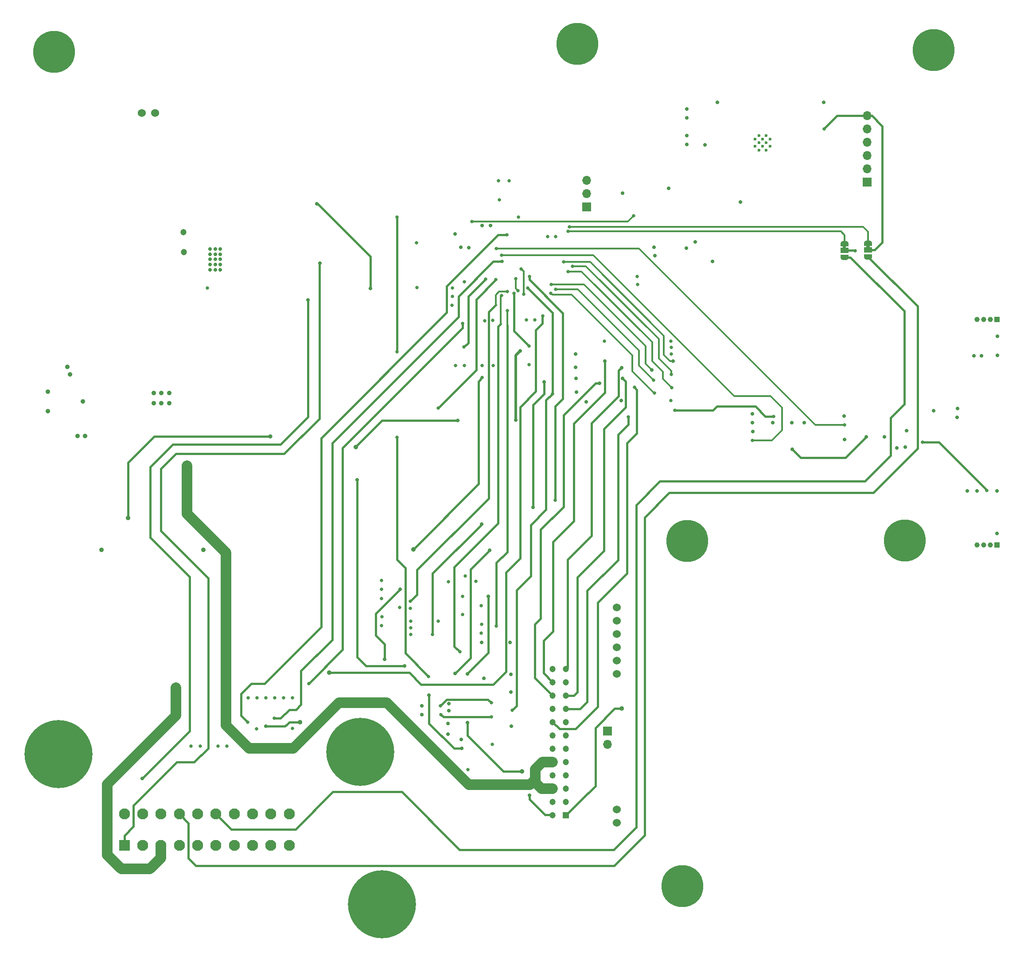
<source format=gbl>
G04 #@! TF.GenerationSoftware,KiCad,Pcbnew,8.0.3*
G04 #@! TF.CreationDate,2024-08-06T18:59:45+01:00*
G04 #@! TF.ProjectId,Tesla Small Drive,5465736c-6120-4536-9d61-6c6c20447269,rev?*
G04 #@! TF.SameCoordinates,Original*
G04 #@! TF.FileFunction,Copper,L4,Bot*
G04 #@! TF.FilePolarity,Positive*
%FSLAX46Y46*%
G04 Gerber Fmt 4.6, Leading zero omitted, Abs format (unit mm)*
G04 Created by KiCad (PCBNEW 8.0.3) date 2024-08-06 18:59:45*
%MOMM*%
%LPD*%
G01*
G04 APERTURE LIST*
G04 Aperture macros list*
%AMFreePoly0*
4,1,19,0.550000,-0.750000,0.000000,-0.750000,0.000000,-0.744911,-0.071157,-0.744911,-0.207708,-0.704816,-0.327430,-0.627875,-0.420627,-0.520320,-0.479746,-0.390866,-0.500000,-0.250000,-0.500000,0.250000,-0.479746,0.390866,-0.420627,0.520320,-0.327430,0.627875,-0.207708,0.704816,-0.071157,0.744911,0.000000,0.744911,0.000000,0.750000,0.550000,0.750000,0.550000,-0.750000,0.550000,-0.750000,
$1*%
%AMFreePoly1*
4,1,19,0.000000,0.744911,0.071157,0.744911,0.207708,0.704816,0.327430,0.627875,0.420627,0.520320,0.479746,0.390866,0.500000,0.250000,0.500000,-0.250000,0.479746,-0.390866,0.420627,-0.520320,0.327430,-0.627875,0.207708,-0.704816,0.071157,-0.744911,0.000000,-0.744911,0.000000,-0.750000,-0.550000,-0.750000,-0.550000,0.750000,0.000000,0.750000,0.000000,0.744911,0.000000,0.744911,
$1*%
G04 Aperture macros list end*
G04 #@! TA.AperFunction,EtchedComponent*
%ADD10C,0.000000*%
G04 #@! TD*
G04 #@! TA.AperFunction,ComponentPad*
%ADD11C,1.524000*%
G04 #@! TD*
G04 #@! TA.AperFunction,ComponentPad*
%ADD12C,13.000000*%
G04 #@! TD*
G04 #@! TA.AperFunction,ComponentPad*
%ADD13C,8.000000*%
G04 #@! TD*
G04 #@! TA.AperFunction,ComponentPad*
%ADD14R,1.200000X1.200000*%
G04 #@! TD*
G04 #@! TA.AperFunction,ComponentPad*
%ADD15C,1.200000*%
G04 #@! TD*
G04 #@! TA.AperFunction,ComponentPad*
%ADD16R,1.000000X1.000000*%
G04 #@! TD*
G04 #@! TA.AperFunction,ComponentPad*
%ADD17C,1.000000*%
G04 #@! TD*
G04 #@! TA.AperFunction,ComponentPad*
%ADD18R,1.700000X1.700000*%
G04 #@! TD*
G04 #@! TA.AperFunction,ComponentPad*
%ADD19O,1.700000X1.700000*%
G04 #@! TD*
G04 #@! TA.AperFunction,HeatsinkPad*
%ADD20C,0.600000*%
G04 #@! TD*
G04 #@! TA.AperFunction,SMDPad,CuDef*
%ADD21FreePoly0,270.000000*%
G04 #@! TD*
G04 #@! TA.AperFunction,SMDPad,CuDef*
%ADD22R,1.500000X1.000000*%
G04 #@! TD*
G04 #@! TA.AperFunction,SMDPad,CuDef*
%ADD23FreePoly1,270.000000*%
G04 #@! TD*
G04 #@! TA.AperFunction,ComponentPad*
%ADD24R,2.100000X2.100000*%
G04 #@! TD*
G04 #@! TA.AperFunction,ComponentPad*
%ADD25C,2.100000*%
G04 #@! TD*
G04 #@! TA.AperFunction,ViaPad*
%ADD26C,0.650000*%
G04 #@! TD*
G04 #@! TA.AperFunction,ViaPad*
%ADD27C,1.200000*%
G04 #@! TD*
G04 #@! TA.AperFunction,ViaPad*
%ADD28C,0.700000*%
G04 #@! TD*
G04 #@! TA.AperFunction,ViaPad*
%ADD29C,0.900000*%
G04 #@! TD*
G04 #@! TA.AperFunction,ViaPad*
%ADD30C,0.800000*%
G04 #@! TD*
G04 #@! TA.AperFunction,Conductor*
%ADD31C,2.000000*%
G04 #@! TD*
G04 #@! TA.AperFunction,Conductor*
%ADD32C,1.000000*%
G04 #@! TD*
G04 #@! TA.AperFunction,Conductor*
%ADD33C,0.300000*%
G04 #@! TD*
G04 #@! TA.AperFunction,Conductor*
%ADD34C,0.400000*%
G04 #@! TD*
G04 #@! TA.AperFunction,Conductor*
%ADD35C,0.500000*%
G04 #@! TD*
G04 APERTURE END LIST*
D10*
G04 #@! TA.AperFunction,EtchedComponent*
G04 #@! TO.C,JP2*
G36*
X203300000Y-68400000D02*
G01*
X202700000Y-68400000D01*
X202700000Y-67900000D01*
X203300000Y-67900000D01*
X203300000Y-68400000D01*
G37*
G04 #@! TD.AperFunction*
G04 #@! TA.AperFunction,EtchedComponent*
G04 #@! TO.C,JP1*
G36*
X207800000Y-68300000D02*
G01*
X207200000Y-68300000D01*
X207200000Y-67800000D01*
X207800000Y-67800000D01*
X207800000Y-68300000D01*
G37*
G04 #@! TD.AperFunction*
G04 #@! TD*
D11*
G04 #@! TO.P,J6,1,Pin_1*
G04 #@! TO.N,/TEMP_FLUID*
X71240000Y-42494000D03*
G04 #@! TO.P,J6,2,Pin_2*
G04 #@! TO.N,GND*
X68700000Y-42494000D03*
G04 #@! TD*
G04 #@! TO.P,J5,1,Pin_1*
G04 #@! TO.N,+5V*
X159506000Y-178140000D03*
G04 #@! TO.P,J5,2,Pin_2*
G04 #@! TO.N,/HVIL_EXT*
X159506000Y-175600000D03*
G04 #@! TD*
D12*
G04 #@! TO.P,H1,1,1*
G04 #@! TO.N,GND*
X52800000Y-165000000D03*
G04 #@! TD*
G04 #@! TO.P,H3,1,1*
G04 #@! TO.N,GND*
X114600000Y-193700000D03*
G04 #@! TD*
D13*
G04 #@! TO.P,H8,1,1*
G04 #@! TO.N,GND*
X214500000Y-124200000D03*
G04 #@! TD*
D14*
G04 #@! TO.P,J3,1,Pin_1*
G04 #@! TO.N,/UDC_HI*
X149800000Y-176720000D03*
D15*
G04 #@! TO.P,J3,2,Pin_2*
G04 #@! TO.N,/TEMP_CASE*
X147260000Y-176720000D03*
G04 #@! TO.P,J3,3,Pin_3*
G04 #@! TO.N,/TEMP_A*
X149800000Y-174180000D03*
G04 #@! TO.P,J3,4,Pin_4*
G04 #@! TO.N,/TEMP_B*
X147260000Y-174180000D03*
G04 #@! TO.P,J3,5,Pin_5*
G04 #@! TO.N,/TEMP_C*
X149800000Y-171640000D03*
G04 #@! TO.P,J3,6,Pin_6*
G04 #@! TO.N,+12V*
X147260000Y-171640000D03*
G04 #@! TO.P,J3,7,Pin_7*
G04 #@! TO.N,+5V*
X149800000Y-169100000D03*
G04 #@! TO.P,J3,8,Pin_8*
G04 #@! TO.N,/DC_DISCH*
X147260000Y-169100000D03*
G04 #@! TO.P,J3,9,Pin_9*
G04 #@! TO.N,+5V*
X149800000Y-166560000D03*
G04 #@! TO.P,J3,10,Pin_10*
G04 #@! TO.N,+12V*
X147260000Y-166560000D03*
G04 #@! TO.P,J3,11,Pin_11*
G04 #@! TO.N,GND*
X149800000Y-164020000D03*
G04 #@! TO.P,J3,12,Pin_12*
G04 #@! TO.N,+5V*
X147260000Y-164020000D03*
G04 #@! TO.P,J3,13,Pin_13*
G04 #@! TO.N,/DRIVER_UVLO*
X149800000Y-161480000D03*
G04 #@! TO.P,J3,14,Pin_14*
G04 #@! TO.N,/DRV_RES*
X147260000Y-161480000D03*
G04 #@! TO.P,J3,15,Pin_15*
G04 #@! TO.N,/FAULTA*
X149800000Y-158940000D03*
G04 #@! TO.P,J3,16,Pin_16*
G04 #@! TO.N,/HI_DRVA*
X147260000Y-158940000D03*
G04 #@! TO.P,J3,17,Pin_17*
G04 #@! TO.N,/LOW_DRVA*
X149800000Y-156400000D03*
G04 #@! TO.P,J3,18,Pin_18*
G04 #@! TO.N,/FAULTB*
X147260000Y-156400000D03*
G04 #@! TO.P,J3,19,Pin_19*
G04 #@! TO.N,/HI_DRVB*
X149800000Y-153860000D03*
G04 #@! TO.P,J3,20,Pin_20*
G04 #@! TO.N,/LOW_DRVB*
X147260000Y-153860000D03*
G04 #@! TO.P,J3,21,Pin_21*
G04 #@! TO.N,/FAULTC*
X149800000Y-151320000D03*
G04 #@! TO.P,J3,22,Pin_22*
G04 #@! TO.N,/HI_DRVC*
X147260000Y-151320000D03*
G04 #@! TO.P,J3,23,Pin_23*
G04 #@! TO.N,/LOW_DRVC*
X149800000Y-148780000D03*
G04 #@! TO.P,J3,24,Pin_24*
G04 #@! TO.N,GND*
X147260000Y-148780000D03*
G04 #@! TD*
D12*
G04 #@! TO.P,H2,1,1*
G04 #@! TO.N,GND*
X110500000Y-164600000D03*
G04 #@! TD*
D16*
G04 #@! TO.P,IC9,1,VDD*
G04 #@! TO.N,+5V*
X232105000Y-125037500D03*
D17*
G04 #@! TO.P,IC9,2,OUT*
G04 #@! TO.N,/IL2_IN*
X230835000Y-125037500D03*
G04 #@! TO.P,IC9,3,TEST/MUST*
G04 #@! TO.N,Net-(IC9-TEST{slash}MUST)*
X229565000Y-125037500D03*
G04 #@! TO.P,IC9,4,VSS*
G04 #@! TO.N,GND*
X228295000Y-125037500D03*
G04 #@! TD*
D13*
G04 #@! TO.P,H4,1,1*
G04 #@! TO.N,GND*
X52000000Y-30800000D03*
G04 #@! TD*
D18*
G04 #@! TO.P,J1,1,Pin_1*
G04 #@! TO.N,/Motor control CPU/SWDAT_46*
X153700000Y-60480000D03*
D19*
G04 #@! TO.P,J1,2,Pin_2*
G04 #@! TO.N,/Motor control CPU/SWCLK_49*
X153700000Y-57940000D03*
G04 #@! TO.P,J1,3,Pin_3*
G04 #@! TO.N,GND*
X153700000Y-55400000D03*
G04 #@! TD*
D18*
G04 #@! TO.P,J9,1,Pin_1*
G04 #@! TO.N,/HVIL_EXT*
X157700000Y-160625000D03*
D19*
G04 #@! TO.P,J9,2,Pin_2*
G04 #@! TO.N,+5V*
X157700000Y-163165000D03*
G04 #@! TD*
D20*
G04 #@! TO.P,U4,39,GND*
G04 #@! TO.N,GND*
X185950000Y-47510000D03*
X185950000Y-48910000D03*
X186650000Y-46810000D03*
X186650000Y-48210000D03*
X186650000Y-49610000D03*
X187325000Y-47510000D03*
X187325000Y-48910000D03*
X188050000Y-46810000D03*
X188050000Y-48210000D03*
X188050000Y-49610000D03*
X188750000Y-47510000D03*
X188750000Y-48910000D03*
G04 #@! TD*
D16*
G04 #@! TO.P,IC8,1,VDD*
G04 #@! TO.N,+5V*
X232140000Y-82000000D03*
D17*
G04 #@! TO.P,IC8,2,OUT*
G04 #@! TO.N,/IL1_IN*
X230870000Y-82000000D03*
G04 #@! TO.P,IC8,3,TEST/MUST*
G04 #@! TO.N,Net-(IC8-TEST{slash}MUST)*
X229600000Y-82000000D03*
G04 #@! TO.P,IC8,4,VSS*
G04 #@! TO.N,GND*
X228330000Y-82000000D03*
G04 #@! TD*
D13*
G04 #@! TO.P,H9,1,1*
G04 #@! TO.N,GND*
X173000000Y-124300000D03*
G04 #@! TD*
G04 #@! TO.P,H5,1,1*
G04 #@! TO.N,GND*
X152000000Y-29300000D03*
G04 #@! TD*
G04 #@! TO.P,H6,1,1*
G04 #@! TO.N,GND*
X172000000Y-190300000D03*
G04 #@! TD*
D18*
G04 #@! TO.P,J2,1,Pin_1*
G04 #@! TO.N,/ESP WiFi/IO0*
X207300000Y-55750000D03*
D19*
G04 #@! TO.P,J2,2,Pin_2*
G04 #@! TO.N,GND*
X207300000Y-53210000D03*
G04 #@! TO.P,J2,3,Pin_3*
X207300000Y-50670000D03*
G04 #@! TO.P,J2,4,Pin_4*
G04 #@! TO.N,+5V*
X207300000Y-48130000D03*
G04 #@! TO.P,J2,5,Pin_5*
G04 #@! TO.N,/ESP WiFi/TX*
X207300000Y-45590000D03*
G04 #@! TO.P,J2,6,Pin_6*
G04 #@! TO.N,/ESP WiFi/RX*
X207300000Y-43050000D03*
G04 #@! TD*
D11*
G04 #@! TO.P,J7,1,Pin_1*
G04 #@! TO.N,+5V*
X159502196Y-149740000D03*
G04 #@! TO.P,J7,2,Pin_2*
G04 #@! TO.N,/ENCA_IN*
X159502196Y-147200000D03*
G04 #@! TO.P,J7,3,Pin_3*
G04 #@! TO.N,/ENCB_IN*
X159502196Y-144660000D03*
G04 #@! TO.P,J7,4,Pin_4*
G04 #@! TO.N,GND*
X159502196Y-142120000D03*
G04 #@! TO.P,J7,5,Pin_5*
G04 #@! TO.N,/TEMP_STATOR*
X159502196Y-139580000D03*
G04 #@! TO.P,J7,6,Pin_6*
G04 #@! TO.N,GND*
X159502196Y-137040000D03*
G04 #@! TD*
D13*
G04 #@! TO.P,H7,1,1*
G04 #@! TO.N,GND*
X220000000Y-30500000D03*
G04 #@! TD*
D21*
G04 #@! TO.P,JP2,1,A*
G04 #@! TO.N,/Motor control CPU/USART_RX_30*
X203000000Y-67500000D03*
D22*
G04 #@! TO.P,JP2,2,C*
G04 #@! TO.N,/ESP WiFi/TX*
X203000000Y-68800000D03*
D23*
G04 #@! TO.P,JP2,3,B*
G04 #@! TO.N,/RS232_TX*
X203000000Y-70100000D03*
G04 #@! TD*
D21*
G04 #@! TO.P,JP1,1,A*
G04 #@! TO.N,/Motor control CPU/USART_TX_29*
X207500000Y-67400000D03*
D22*
G04 #@! TO.P,JP1,2,C*
G04 #@! TO.N,/ESP WiFi/RX*
X207500000Y-68700000D03*
D23*
G04 #@! TO.P,JP1,3,B*
G04 #@! TO.N,/RS232_RX*
X207500000Y-70000000D03*
G04 #@! TD*
D24*
G04 #@! TO.P,J4,1,1*
G04 #@! TO.N,/CANL*
X65400000Y-182500000D03*
D25*
G04 #@! TO.P,J4,2,2*
G04 #@! TO.N,/CANH*
X68900000Y-182500000D03*
G04 #@! TO.P,J4,3,3*
G04 #@! TO.N,/MAIN_CON*
X72400000Y-182500000D03*
G04 #@! TO.P,J4,4,4*
G04 #@! TO.N,+5V*
X75900000Y-182500000D03*
G04 #@! TO.P,J4,5,5*
G04 #@! TO.N,/FORW_IN*
X79400000Y-182500000D03*
G04 #@! TO.P,J4,6,6*
G04 #@! TO.N,GND*
X82900000Y-182500000D03*
G04 #@! TO.P,J4,7,7*
X86400000Y-182500000D03*
G04 #@! TO.P,J4,8,8*
G04 #@! TO.N,/ACCEL*
X89900000Y-182500000D03*
G04 #@! TO.P,J4,9,9*
G04 #@! TO.N,/START*
X93400000Y-182500000D03*
G04 #@! TO.P,J4,10,10*
G04 #@! TO.N,/BRAKE_TRANS*
X96900000Y-182500000D03*
G04 #@! TO.P,J4,11,11*
G04 #@! TO.N,/PRECHG_RLY*
X65400000Y-176500000D03*
G04 #@! TO.P,J4,12,12*
G04 #@! TO.N,/REVER_IN*
X68900000Y-176500000D03*
G04 #@! TO.P,J4,13,13*
G04 #@! TO.N,+12VIN*
X72400000Y-176500000D03*
G04 #@! TO.P,J4,14,14*
G04 #@! TO.N,/RS232_RX*
X75900000Y-176500000D03*
G04 #@! TO.P,J4,15,15*
G04 #@! TO.N,/BRAKE_ON*
X79400000Y-176500000D03*
G04 #@! TO.P,J4,16,16*
G04 #@! TO.N,/RS232_TX*
X82900000Y-176500000D03*
G04 #@! TO.P,J4,17,17*
G04 #@! TO.N,/CRUISE_INPUT*
X86400000Y-176500000D03*
G04 #@! TO.P,J4,18,18*
G04 #@! TO.N,+5V*
X89900000Y-176500000D03*
G04 #@! TO.P,J4,19,19*
G04 #@! TO.N,GND*
X93400000Y-176500000D03*
G04 #@! TO.P,J4,20,20*
G04 #@! TO.N,unconnected-(J4-Pad20)*
X96900000Y-176500000D03*
G04 #@! TD*
D26*
G04 #@! TO.N,GND*
X130050000Y-138400000D03*
X97500000Y-160100000D03*
D27*
X76700000Y-65275350D03*
D28*
X139100000Y-143670000D03*
D26*
X130050000Y-134900000D03*
X169937653Y-88562347D03*
X121300000Y-75850000D03*
D29*
X74000000Y-98000000D03*
D26*
X169800012Y-97500000D03*
X138900000Y-55500000D03*
X120150000Y-142200000D03*
X121250000Y-67350000D03*
D28*
X185400000Y-101700000D03*
X133690000Y-143740000D03*
D26*
X125400000Y-139650000D03*
D28*
X169370000Y-56920000D03*
D26*
X131040000Y-167980000D03*
D28*
X172750000Y-68350000D03*
X172850000Y-46850000D03*
X203000000Y-104900000D03*
D26*
X130350000Y-90750000D03*
X95820000Y-154257500D03*
D29*
X71000000Y-98000000D03*
D26*
X90700000Y-160200000D03*
D28*
X220000000Y-99400000D03*
X151600000Y-88550000D03*
X122282500Y-157480000D03*
X129700000Y-68150000D03*
D26*
X169900000Y-87350000D03*
D28*
X128600000Y-65600000D03*
D26*
X79915000Y-163470000D03*
X147850000Y-66150006D03*
X117975000Y-137050000D03*
D29*
X50790000Y-99530000D03*
D26*
X92420000Y-154240000D03*
D28*
X183150000Y-59550000D03*
X202900000Y-100400000D03*
X214600000Y-106400000D03*
X139300000Y-149760000D03*
X224600000Y-99000000D03*
D29*
X71000000Y-96000000D03*
D28*
X226453334Y-114703314D03*
D26*
X134225000Y-82200000D03*
D28*
X210600000Y-104400000D03*
D29*
X50780000Y-95770000D03*
D26*
X83275000Y-163475000D03*
D29*
X72500000Y-98000000D03*
D28*
X139230000Y-153180000D03*
D26*
X81300000Y-76000000D03*
X133550000Y-141950000D03*
D29*
X56440000Y-104270000D03*
D28*
X229200000Y-88900000D03*
D29*
X57880000Y-104240000D03*
D28*
X199000000Y-40500000D03*
X227700000Y-88900000D03*
D26*
X128127298Y-75927298D03*
D28*
X232200000Y-88800000D03*
D26*
X120100000Y-139650000D03*
X137100000Y-59100000D03*
D28*
X151700000Y-93250000D03*
X228336667Y-114703306D03*
D26*
X142700000Y-90600026D03*
D28*
X129750000Y-162197500D03*
D26*
X120050000Y-137150000D03*
D28*
X135400000Y-64000000D03*
D26*
X130570000Y-131030000D03*
D28*
X151807500Y-95840000D03*
D29*
X61000000Y-126000000D03*
D28*
X134060000Y-150520000D03*
X122280004Y-155780000D03*
D26*
X84975000Y-163475000D03*
D29*
X80500000Y-126000000D03*
D26*
X130400000Y-74750000D03*
D28*
X151600000Y-91100000D03*
D29*
X72500000Y-96000000D03*
D26*
X78165000Y-163470000D03*
D29*
X74000000Y-96000000D03*
D28*
X172850000Y-48550000D03*
D26*
X120150000Y-140900000D03*
X114550000Y-133550000D03*
X133750000Y-90800000D03*
D28*
X166650000Y-68200000D03*
D26*
X89020000Y-154295000D03*
X94120000Y-154257500D03*
D28*
X195300000Y-101700000D03*
X232103334Y-114703334D03*
X185500000Y-103400000D03*
X178750000Y-40500000D03*
D26*
X97510000Y-154270000D03*
D28*
X153650000Y-97700000D03*
X172850000Y-43450000D03*
X174500000Y-67150000D03*
X139309992Y-159700000D03*
D26*
X142200000Y-82100000D03*
X90720000Y-154260000D03*
D27*
X76740000Y-69090000D03*
D26*
X135900000Y-90800010D03*
X114650000Y-138750000D03*
X169812347Y-86137653D03*
D27*
G04 #@! TO.N,+12V*
X77390000Y-112939998D03*
X77379998Y-109880000D03*
X77400000Y-111400000D03*
D26*
G04 #@! TO.N,+5V*
X135729998Y-163140000D03*
X114550000Y-131850000D03*
X114550000Y-135300000D03*
D29*
X55000000Y-92500000D03*
D26*
X114550000Y-140500000D03*
D28*
X185400000Y-100000000D03*
X213000000Y-106500000D03*
X127250000Y-161197500D03*
X214900000Y-103200000D03*
D26*
X127350000Y-132100000D03*
D28*
X127250000Y-159197500D03*
X127400000Y-156700000D03*
X127400000Y-155400000D03*
D26*
X133550000Y-136650000D03*
D28*
X189300000Y-101700000D03*
D26*
X157150000Y-86100000D03*
D28*
X232200000Y-85170000D03*
X192900000Y-101700000D03*
D29*
X54500000Y-91000000D03*
D28*
X160350000Y-97500000D03*
X224500000Y-100700000D03*
D26*
X132600000Y-132000000D03*
X133650000Y-140200000D03*
D28*
X232120000Y-122860000D03*
D29*
X57500000Y-97662522D03*
D28*
G04 #@! TO.N,+3V3*
X133800000Y-64000000D03*
X166750000Y-69800000D03*
X82750000Y-72500000D03*
D26*
X128000000Y-79300000D03*
D28*
X83750000Y-69500000D03*
D26*
X143800000Y-82100000D03*
D28*
X81750000Y-68500000D03*
X172850000Y-41750000D03*
X82750000Y-71500000D03*
X82750000Y-70500000D03*
D26*
X163500014Y-75300000D03*
D28*
X177745000Y-70905000D03*
X81750000Y-69500000D03*
X131225000Y-68250000D03*
X83750000Y-68500000D03*
D26*
X146250006Y-66150000D03*
D28*
X82750000Y-68500000D03*
X83750000Y-71500000D03*
D26*
X163349976Y-73750000D03*
D28*
X176350000Y-48600000D03*
X83750000Y-70500000D03*
D26*
X128100000Y-77600000D03*
D28*
X81750000Y-70500000D03*
D26*
X140700000Y-62400002D03*
X128650000Y-90800000D03*
D28*
X160620000Y-57880000D03*
X83750000Y-72500000D03*
X82750000Y-69500000D03*
X81750000Y-72500000D03*
D26*
X136900000Y-55500000D03*
X135775032Y-82174934D03*
D28*
X81750000Y-71500000D03*
D26*
G04 #@! TO.N,/Motor control CPU/NRST*
X162700000Y-62200000D03*
X131850000Y-63300000D03*
G04 #@! TO.N,/Motor control CPU/START_IN_58*
X94090000Y-158190000D03*
X137600000Y-70900000D03*
G04 #@! TO.N,/Motor control CPU/REV_IN_37*
X145350000Y-81310000D03*
D29*
X104510000Y-149490000D03*
D26*
G04 #@! TO.N,/Motor control CPU/CRUISE_IN_57*
X138500000Y-65800000D03*
X89000000Y-158970002D03*
G04 #@! TO.N,/Motor control CPU/ENC_A_22*
X129499992Y-145499992D03*
X137500000Y-77400004D03*
G04 #@! TO.N,/Motor control CPU/ENC_B_23*
X136500010Y-140599994D03*
X138600000Y-80300000D03*
G04 #@! TO.N,/Motor control CPU/UDC_11*
X130300000Y-87249988D03*
X134400000Y-74250000D03*
D28*
G04 #@! TO.N,/Motor control CPU/THROTTLE_9*
X92410000Y-159690000D03*
D29*
X98990000Y-158920000D03*
D26*
G04 #@! TO.N,Net-(IC2-D)*
X125800000Y-155780000D03*
X135510000Y-155230000D03*
G04 #@! TO.N,Net-(IC2-B)*
X125900000Y-157480000D03*
X135510000Y-157960000D03*
D28*
G04 #@! TO.N,/TEMP_A*
X115100000Y-146900000D03*
X118089990Y-133540000D03*
G04 #@! TO.N,/TEMP_FLUID*
X112390000Y-76040000D03*
X109860000Y-112600000D03*
X118940000Y-148150000D03*
X102210000Y-59910000D03*
G04 #@! TO.N,/TEMP_CASE*
X134920000Y-134930002D03*
X130970000Y-159020000D03*
X130970000Y-149690000D03*
D29*
X141350000Y-168360000D03*
D28*
X142830000Y-172950000D03*
D26*
G04 #@! TO.N,Net-(IC5-VINB-)*
X217950000Y-105450000D03*
X230203334Y-114653344D03*
D28*
G04 #@! TO.N,/IL2_26*
X193000000Y-106800000D03*
X207200000Y-104400000D03*
D26*
G04 #@! TO.N,/Motor control CPU/BRAKE_IN_16*
X100629999Y-151529999D03*
X130050000Y-82750000D03*
G04 #@! TO.N,/OCUR_IN_15*
X142467937Y-75999998D03*
X170600000Y-99300000D03*
X189500000Y-100500000D03*
X139510000Y-156670000D03*
X147189998Y-96190000D03*
D28*
G04 #@! TO.N,/PWM_INHIBIT_33*
X135230000Y-126090000D03*
X145620000Y-93930000D03*
X128620000Y-149650000D03*
X143490000Y-117860000D03*
D26*
G04 #@! TO.N,/PWM1_P_41*
X150150000Y-72800000D03*
X170000000Y-95000000D03*
D28*
G04 #@! TO.N,/PWM3_N_36*
X166200000Y-91650002D03*
D26*
X146950000Y-75250000D03*
G04 #@! TO.N,/PWM1_N_34*
X146900000Y-76950000D03*
X166700000Y-96000000D03*
G04 #@! TO.N,/LOW_DRVA*
X161700000Y-100600000D03*
D28*
G04 #@! TO.N,/LOW_DRVB*
X156200000Y-94150000D03*
D26*
G04 #@! TO.N,/HI_DRVA*
X162890000Y-94970000D03*
G04 #@! TO.N,/PWM2_P_42*
X169900000Y-92450000D03*
X151050000Y-71800000D03*
G04 #@! TO.N,/PWM3_P_43*
X149350000Y-71000000D03*
D28*
X170250000Y-89900000D03*
D26*
G04 #@! TO.N,/PWM2_N_35*
X166550000Y-93550000D03*
X147800000Y-76200000D03*
D28*
G04 #@! TO.N,/HI_DRVB*
X160600000Y-93200000D03*
G04 #@! TO.N,/LOW_DRVC*
X160400000Y-91165000D03*
G04 #@! TO.N,/HI_DRVC*
X157200000Y-89895000D03*
D26*
G04 #@! TO.N,/TMPHS_24*
X138550000Y-76650000D03*
X120050016Y-135850000D03*
D28*
G04 #@! TO.N,/CANH*
X68800000Y-169700000D03*
X100455001Y-78214999D03*
G04 #@! TO.N,/CANL*
X102760000Y-71210000D03*
D29*
G04 #@! TO.N,/UDC_HI*
X160400000Y-156300000D03*
D26*
G04 #@! TO.N,/FORW_IN*
X133799991Y-93099991D03*
D29*
X120600000Y-125900000D03*
D27*
G04 #@! TO.N,/MAIN_CON*
X75220000Y-156550000D03*
X75220000Y-152360000D03*
D26*
G04 #@! TO.N,/Motor control CPU/USART_TX_29*
X150400000Y-64250000D03*
X140200000Y-74200000D03*
X140575000Y-76445178D03*
G04 #@! TO.N,/Motor control CPU/USART_RX_30*
X141250000Y-72300000D03*
X141742937Y-77186683D03*
X150150000Y-65150000D03*
G04 #@! TO.N,Net-(U3-PB2)*
X139850000Y-76999998D03*
X142700000Y-87050000D03*
G04 #@! TO.N,/Motor control CPU/VTG_OUT_52*
X117500000Y-62400000D03*
X123540000Y-150220000D03*
X117500000Y-88150000D03*
D28*
X123600000Y-153800000D03*
X129840000Y-163940000D03*
D26*
X117490000Y-104510000D03*
G04 #@! TO.N,/OCURLIM_NEG_59*
X137508389Y-69708389D03*
X185400000Y-105100000D03*
G04 #@! TO.N,/OCURLIM_POS_61*
X203000000Y-102100000D03*
X136508115Y-68445414D03*
G04 #@! TO.N,/ESP WiFi/TX*
X205050000Y-68850000D03*
G04 #@! TO.N,/ERR_OUT_51*
X136400000Y-74350000D03*
X125350000Y-98900000D03*
D29*
G04 #@! TO.N,/PRECH_OUT_27*
X109620000Y-106320000D03*
D28*
X141050000Y-87950000D03*
D29*
X66100006Y-119900000D03*
D28*
X129100000Y-101250000D03*
D30*
X93300000Y-104300004D03*
D28*
X140165000Y-101200000D03*
D26*
G04 #@! TO.N,/BMS_IN_39*
X142800000Y-73750000D03*
X147700000Y-116500000D03*
D28*
X133670000Y-121110000D03*
D26*
X124300000Y-142200000D03*
G04 #@! TO.N,/ESP WiFi/RX*
X199100000Y-45550000D03*
G04 #@! TD*
D31*
G04 #@! TO.N,+12V*
X147260000Y-166560000D02*
X145250000Y-166560000D01*
X142930000Y-170870000D02*
X143930000Y-169870000D01*
X84800000Y-159490000D02*
X89210000Y-163900000D01*
X77390000Y-119130000D02*
X77390000Y-112939998D01*
X143930000Y-170450000D02*
X145120000Y-171640000D01*
X77379998Y-109880000D02*
X77390000Y-109890002D01*
X145250000Y-166560000D02*
X143930000Y-167880000D01*
X131220000Y-170870000D02*
X142930000Y-170870000D01*
X77390000Y-119130000D02*
X84800000Y-126540000D01*
X77390000Y-109890002D02*
X77390000Y-119130000D01*
X97700000Y-163900000D02*
X106410000Y-155190000D01*
X89210000Y-163900000D02*
X97700000Y-163900000D01*
X145120000Y-171640000D02*
X147260000Y-171640000D01*
D32*
X143930000Y-169870000D02*
X143930000Y-170450000D01*
D31*
X106410000Y-155190000D02*
X115540000Y-155190000D01*
X115540000Y-155190000D02*
X131220000Y-170870000D01*
X143930000Y-167880000D02*
X143930000Y-169870000D01*
X84800000Y-126540000D02*
X84800000Y-159490000D01*
D33*
G04 #@! TO.N,/Motor control CPU/NRST*
X150350000Y-63300000D02*
X161600000Y-63300000D01*
X161600000Y-63300000D02*
X162700000Y-62200000D01*
X131850000Y-63300000D02*
X150350000Y-63300000D01*
D34*
G04 #@! TO.N,/Motor control CPU/START_IN_58*
X129240000Y-81430000D02*
X129240000Y-77560000D01*
X95230000Y-158190000D02*
X96890000Y-156530000D01*
X99170000Y-155530000D02*
X99170000Y-149100000D01*
X105100000Y-105570000D02*
X129240000Y-81430000D01*
X96890000Y-156530000D02*
X98170000Y-156530000D01*
X129240000Y-77560000D02*
X135900000Y-70900000D01*
X105100000Y-143170000D02*
X105100000Y-105570000D01*
X98170000Y-156530000D02*
X99170000Y-155530000D01*
X99170000Y-149100000D02*
X105100000Y-143170000D01*
X94090000Y-158190000D02*
X95230000Y-158190000D01*
X135900000Y-70900000D02*
X137600000Y-70900000D01*
G04 #@! TO.N,/Motor control CPU/REV_IN_37*
X119850000Y-149490000D02*
X122100000Y-151740000D01*
X144005000Y-84035000D02*
X145260000Y-82780000D01*
X122100000Y-151740000D02*
X135910000Y-151740000D01*
X144005000Y-95725000D02*
X144005000Y-84035000D01*
X135910000Y-151740000D02*
X138340000Y-149310000D01*
X141030000Y-127590000D02*
X141030000Y-98700000D01*
X141030000Y-98700000D02*
X144005000Y-95725000D01*
X145260000Y-82780000D02*
X145260000Y-81400000D01*
X138340000Y-149310000D02*
X138340000Y-130280000D01*
X138340000Y-130280000D02*
X141030000Y-127590000D01*
X104510000Y-149490000D02*
X119850000Y-149490000D01*
X145260000Y-81400000D02*
X145350000Y-81310000D01*
G04 #@! TO.N,/Motor control CPU/CRUISE_IN_57*
X89670000Y-151540000D02*
X92180000Y-151540000D01*
X103000000Y-140720000D02*
X103000000Y-104640000D01*
X136800000Y-65800000D02*
X138500000Y-65800000D01*
X87700000Y-153510000D02*
X89670000Y-151540000D01*
X127000000Y-80640000D02*
X127000000Y-75600000D01*
X92180000Y-151540000D02*
X103000000Y-140720000D01*
X127000000Y-75600000D02*
X136800000Y-65800000D01*
X89000000Y-158970002D02*
X87700000Y-157670002D01*
X103000000Y-104640000D02*
X127000000Y-80640000D01*
X87700000Y-157670002D02*
X87700000Y-153510000D01*
G04 #@! TO.N,/Motor control CPU/ENC_A_22*
X128448008Y-129271992D02*
X136800000Y-120920000D01*
D33*
X137299999Y-77600005D02*
X137299999Y-82799999D01*
X137500000Y-77400004D02*
X137299999Y-77600005D01*
D34*
X129499992Y-145499992D02*
X128448008Y-144448008D01*
X136800000Y-120920000D02*
X136800000Y-83299998D01*
X128448008Y-144448008D02*
X128448008Y-129271992D01*
X136800000Y-83299998D02*
X137299999Y-82799999D01*
D33*
G04 #@! TO.N,/Motor control CPU/ENC_B_23*
X138600001Y-80300001D02*
X138600000Y-80300000D01*
D34*
X136500010Y-140599994D02*
X136500010Y-128499990D01*
D33*
X138600001Y-83099999D02*
X138600001Y-80300001D01*
D34*
X138600001Y-126399999D02*
X138600001Y-83099999D01*
X136500010Y-128499990D02*
X138600001Y-126399999D01*
G04 #@! TO.N,/Motor control CPU/UDC_11*
X131100000Y-77550000D02*
X131100000Y-86449988D01*
X131100000Y-86449988D02*
X130300000Y-87249988D01*
X134400000Y-74250000D02*
X131100000Y-77550000D01*
G04 #@! TO.N,/Motor control CPU/THROTTLE_9*
X96490000Y-159320000D02*
X96110000Y-159700000D01*
X96890000Y-158920000D02*
X96490000Y-159320000D01*
X96110000Y-159700000D02*
X92410000Y-159690000D01*
X98990000Y-158920000D02*
X96890000Y-158920000D01*
D33*
X92410000Y-159690000D02*
X92410000Y-159700000D01*
D34*
G04 #@! TO.N,Net-(IC2-D)*
X126980000Y-154600000D02*
X125800000Y-155780000D01*
X134880000Y-154600000D02*
X126980000Y-154600000D01*
X135510000Y-155230000D02*
X134880000Y-154600000D01*
G04 #@! TO.N,Net-(IC2-B)*
X135510000Y-157960000D02*
X126380000Y-157960000D01*
X126380000Y-157960000D02*
X125900000Y-157480000D01*
G04 #@! TO.N,/TEMP_A*
X118089990Y-133540000D02*
X113430000Y-138199990D01*
X113430000Y-142330000D02*
X115100000Y-144000000D01*
X113430000Y-142000000D02*
X113430000Y-142330000D01*
X115100000Y-144000000D02*
X115100000Y-146900000D01*
X113430000Y-138199990D02*
X113430000Y-142000000D01*
G04 #@! TO.N,/TEMP_FLUID*
X112390000Y-69950003D02*
X102349997Y-59910000D01*
X118940000Y-148150000D02*
X111560000Y-148150000D01*
X112390000Y-76040000D02*
X112390000Y-69950003D01*
X109860000Y-146450000D02*
X109860000Y-112600000D01*
X111560000Y-148150000D02*
X109860000Y-146450000D01*
X102349997Y-59910000D02*
X102210000Y-59910000D01*
G04 #@! TO.N,/TEMP_CASE*
X145780000Y-176630000D02*
X142830000Y-173680000D01*
X142830000Y-173680000D02*
X142830000Y-172950000D01*
X130970000Y-159020000D02*
X130970000Y-161470000D01*
X130970000Y-149630000D02*
X130970000Y-149690000D01*
X134920000Y-134930002D02*
X134920000Y-145680000D01*
X134920000Y-145680000D02*
X130970000Y-149630000D01*
X137860000Y-168360000D02*
X141350000Y-168360000D01*
X147260000Y-176720000D02*
X147170000Y-176630000D01*
X130970000Y-161470000D02*
X136560000Y-167060000D01*
X147170000Y-176630000D02*
X145780000Y-176630000D01*
X136560000Y-167060000D02*
X137860000Y-168360000D01*
G04 #@! TO.N,Net-(IC5-VINB-)*
X221085000Y-105450000D02*
X222802500Y-107167500D01*
X217950000Y-105450000D02*
X221085000Y-105450000D01*
X222802500Y-107167500D02*
X230093334Y-114458334D01*
G04 #@! TO.N,/IL2_26*
X203200000Y-108400000D02*
X194600000Y-108400000D01*
X194600000Y-108400000D02*
X193000000Y-106800000D01*
X207200000Y-104400000D02*
X203200000Y-108400000D01*
G04 #@! TO.N,/Motor control CPU/BRAKE_IN_16*
X130050000Y-83550000D02*
X107100000Y-106500000D01*
X107100000Y-145059998D02*
X100629999Y-151529999D01*
X107100000Y-106500000D02*
X107100000Y-145059998D01*
X130050000Y-82750000D02*
X130050000Y-83550000D01*
G04 #@! TO.N,/OCUR_IN_15*
X187900000Y-100500000D02*
X186000000Y-98600000D01*
X145990000Y-97389998D02*
X145990000Y-118340000D01*
X143070000Y-130960000D02*
X140350000Y-133680000D01*
X177900000Y-99300000D02*
X170600000Y-99300000D01*
X143070000Y-121260000D02*
X143070000Y-130960000D01*
X147200002Y-96179996D02*
X147189998Y-96190000D01*
X186000000Y-98600000D02*
X178600000Y-98600000D01*
X142467937Y-75999998D02*
X147200002Y-80732063D01*
X189500000Y-100500000D02*
X187900000Y-100500000D01*
X147200002Y-80732063D02*
X147200002Y-96179996D01*
X178600000Y-98600000D02*
X177900000Y-99300000D01*
X140350000Y-133680000D02*
X140350000Y-155830000D01*
X147189998Y-96190000D02*
X145990000Y-97389998D01*
X145990000Y-118340000D02*
X143070000Y-121260000D01*
X140350000Y-155830000D02*
X139510000Y-156670000D01*
G04 #@! TO.N,/PWM_INHIBIT_33*
X143510000Y-98280000D02*
X143510000Y-109050000D01*
X145630000Y-95090000D02*
X145630000Y-96160000D01*
X131580000Y-129740000D02*
X135230000Y-126090000D01*
X143510000Y-109050000D02*
X143510000Y-117840000D01*
X145630000Y-96160000D02*
X143890000Y-97900000D01*
X145630000Y-93940000D02*
X145630000Y-95090000D01*
X131580000Y-146690000D02*
X131580000Y-129740000D01*
X128620000Y-149650000D02*
X131580000Y-146690000D01*
X143510000Y-117840000D02*
X143490000Y-117860000D01*
X145620000Y-93930000D02*
X145630000Y-93940000D01*
X143890000Y-97900000D02*
X143510000Y-98280000D01*
D33*
G04 #@! TO.N,/PWM1_P_41*
X168300000Y-93300000D02*
X170000000Y-95000000D01*
X166250000Y-89950000D02*
X168300000Y-92000000D01*
X152750000Y-72800000D02*
X166250000Y-86300000D01*
X168300000Y-92000000D02*
X168300000Y-93300000D01*
X166250000Y-86300000D02*
X166250000Y-89950000D01*
X150150000Y-72800000D02*
X152750000Y-72800000D01*
G04 #@! TO.N,/PWM3_N_36*
X165000000Y-90450002D02*
X166200000Y-91650002D01*
X146950000Y-75250000D02*
X153200000Y-75250000D01*
X165000000Y-87050000D02*
X165000000Y-90450002D01*
X153200000Y-75250000D02*
X165000000Y-87050000D01*
G04 #@! TO.N,/PWM1_N_34*
X162500000Y-88850000D02*
X150900000Y-77250000D01*
X166600000Y-96000000D02*
X162500000Y-91900000D01*
X147200000Y-77250000D02*
X146900000Y-76950000D01*
X162500000Y-91900000D02*
X162500000Y-88850000D01*
X150900000Y-77250000D02*
X147200000Y-77250000D01*
X166700000Y-96000000D02*
X166600000Y-96000000D01*
D34*
G04 #@! TO.N,/LOW_DRVA*
X159750000Y-127910000D02*
X153830000Y-133830000D01*
X161700000Y-100600000D02*
X161700000Y-102050000D01*
X159750000Y-104000000D02*
X159750000Y-127910000D01*
X161700000Y-102050000D02*
X159750000Y-104000000D01*
X152500000Y-156400000D02*
X149800000Y-156400000D01*
X153830000Y-133830000D02*
X153830000Y-155070000D01*
X153830000Y-155070000D02*
X152500000Y-156400000D01*
G04 #@! TO.N,/LOW_DRVB*
X149300000Y-100250000D02*
X155400000Y-94150000D01*
X149300000Y-117750000D02*
X149300000Y-100250000D01*
X144950000Y-139150000D02*
X144950000Y-122100000D01*
X143870000Y-140230000D02*
X144950000Y-139150000D01*
X155400000Y-94150000D02*
X156200000Y-94150000D01*
X143870000Y-150470000D02*
X143870000Y-140230000D01*
X147260000Y-153860000D02*
X143870000Y-150470000D01*
X144950000Y-122100000D02*
X149300000Y-117750000D01*
G04 #@! TO.N,/HI_DRVA*
X151660000Y-160230000D02*
X155890000Y-156000000D01*
X163340000Y-95420000D02*
X162890000Y-94970000D01*
X155890000Y-156000000D02*
X155890000Y-136060000D01*
X161480000Y-105560000D02*
X163340000Y-103700000D01*
X148550000Y-160230000D02*
X151660000Y-160230000D01*
X155890000Y-136060000D02*
X161480000Y-130470000D01*
X161480000Y-130470000D02*
X161480000Y-105560000D01*
X163340000Y-103700000D02*
X163340000Y-95420000D01*
X147260000Y-158940000D02*
X148550000Y-160230000D01*
D33*
G04 #@! TO.N,/PWM2_P_42*
X153600000Y-71800000D02*
X151050000Y-71800000D01*
X169900000Y-92450000D02*
X169900000Y-91800000D01*
X169900000Y-91800000D02*
X167500000Y-89400000D01*
X167500000Y-85700000D02*
X153600000Y-71800000D01*
X167500000Y-89400000D02*
X167500000Y-85700000D01*
G04 #@! TO.N,/PWM3_P_43*
X169650000Y-89900000D02*
X170250000Y-89900000D01*
X149350000Y-71000000D02*
X154400000Y-71000000D01*
X168500000Y-88750000D02*
X169650000Y-89900000D01*
X154400000Y-71000000D02*
X168500000Y-85100000D01*
X168500000Y-85100000D02*
X168500000Y-88750000D01*
G04 #@! TO.N,/PWM2_N_35*
X147800000Y-76200000D02*
X152050000Y-76200000D01*
X152050000Y-76200000D02*
X163750000Y-87900000D01*
X163750000Y-87900000D02*
X163750000Y-90800000D01*
X166500000Y-93550000D02*
X166550000Y-93550000D01*
X163750000Y-90800000D02*
X166500000Y-93550000D01*
D34*
G04 #@! TO.N,/HI_DRVB*
X157000000Y-126200000D02*
X151960000Y-131240000D01*
X151960000Y-131240000D02*
X151960000Y-153190000D01*
X157000000Y-102900000D02*
X157000000Y-126200000D01*
X161200000Y-98700000D02*
X157000000Y-102900000D01*
X151960000Y-153190000D02*
X151290000Y-153860000D01*
X161200000Y-93800000D02*
X161200000Y-98700000D01*
X151290000Y-153860000D02*
X149800000Y-153860000D01*
X160600000Y-93200000D02*
X161200000Y-93800000D01*
G04 #@! TO.N,/LOW_DRVC*
X154675000Y-123325000D02*
X150100000Y-127900000D01*
X160400000Y-91165000D02*
X159850000Y-91715000D01*
X150100000Y-148480000D02*
X149800000Y-148780000D01*
X159850000Y-96650000D02*
X154675000Y-101825000D01*
X150100000Y-127900000D02*
X150100000Y-148480000D01*
X159850000Y-91715000D02*
X159850000Y-96650000D01*
X154675000Y-101825000D02*
X154675000Y-123325000D01*
G04 #@! TO.N,/HI_DRVC*
X145510000Y-143340000D02*
X145510000Y-149570000D01*
X151250000Y-101900000D02*
X151250000Y-120500000D01*
X145510000Y-149570000D02*
X147260000Y-151320000D01*
X147300000Y-124450000D02*
X147300000Y-141550000D01*
X151250000Y-120500000D02*
X147300000Y-124450000D01*
X157200000Y-89895000D02*
X157200000Y-95950000D01*
X147300000Y-141550000D02*
X145510000Y-143340000D01*
X157200000Y-95950000D02*
X151250000Y-101900000D01*
G04 #@! TO.N,/TMPHS_24*
X121330000Y-129840000D02*
X121330000Y-134570016D01*
D33*
X136350000Y-77300000D02*
X137000000Y-76650000D01*
D34*
X121330000Y-134570016D02*
X120050016Y-135850000D01*
D33*
X137000000Y-76650000D02*
X138550000Y-76650000D01*
X136350000Y-79200000D02*
X136350000Y-77300000D01*
D34*
X136350000Y-79200000D02*
X135025000Y-80525000D01*
X135025000Y-116145000D02*
X121330000Y-129840000D01*
X135025000Y-80525000D02*
X135025000Y-116145000D01*
G04 #@! TO.N,/CANH*
X95260000Y-105830000D02*
X74680000Y-105830000D01*
X100455001Y-100634999D02*
X95260000Y-105830000D01*
X77870000Y-131190000D02*
X77870000Y-160630000D01*
X77870000Y-160630000D02*
X68800000Y-169700000D01*
X70320000Y-123640000D02*
X77870000Y-131190000D01*
X100455001Y-78214999D02*
X100455001Y-100634999D01*
X70320000Y-110190000D02*
X70320000Y-123640000D01*
X74680000Y-105830000D02*
X70320000Y-110190000D01*
G04 #@! TO.N,/CANL*
X81400000Y-131400000D02*
X72380000Y-122380000D01*
X65400000Y-182500000D02*
X65400000Y-180620000D01*
X78760000Y-166560000D02*
X81400000Y-163920000D01*
X81400000Y-163920000D02*
X81400000Y-131400000D01*
X102700000Y-100910000D02*
X102700000Y-71270000D01*
X75430000Y-166560000D02*
X78760000Y-166560000D01*
X67160000Y-178860000D02*
X67160000Y-174830000D01*
X102700000Y-71270000D02*
X102760000Y-71210000D01*
X75250000Y-107660000D02*
X95950000Y-107660000D01*
X95950000Y-107660000D02*
X102700000Y-100910000D01*
X67160000Y-174830000D02*
X75430000Y-166560000D01*
X72380000Y-122380000D02*
X72380000Y-110530000D01*
X65400000Y-180620000D02*
X67160000Y-178860000D01*
X72380000Y-110530000D02*
X75250000Y-107660000D01*
G04 #@! TO.N,/UDC_HI*
X155400000Y-160000000D02*
X155400000Y-171120000D01*
X159100000Y-156300000D02*
X155400000Y-160000000D01*
X149800000Y-176720000D02*
X152670000Y-173850000D01*
X155400000Y-171120000D02*
X152670000Y-173850000D01*
X160400000Y-156300000D02*
X159100000Y-156300000D01*
G04 #@! TO.N,/RS232_TX*
X163200000Y-179000000D02*
X163200000Y-117440000D01*
X158900000Y-183300000D02*
X163200000Y-179000000D01*
X211850000Y-107950000D02*
X211850000Y-100750000D01*
X204150000Y-70100000D02*
X203000000Y-70100000D01*
X85800000Y-179400000D02*
X98100000Y-179400000D01*
X206900000Y-112900000D02*
X211850000Y-107950000D01*
X118400000Y-172250000D02*
X129450000Y-183300000D01*
X82900000Y-176500000D02*
X85800000Y-179400000D01*
X211850000Y-100750000D02*
X214450000Y-98150000D01*
X129450000Y-183300000D02*
X158900000Y-183300000D01*
X167740000Y-112900000D02*
X206900000Y-112900000D01*
X163200000Y-117440000D02*
X167740000Y-112900000D01*
X98100000Y-179400000D02*
X105250000Y-172250000D01*
X214450000Y-80400000D02*
X204150000Y-70100000D01*
X105250000Y-172250000D02*
X118400000Y-172250000D01*
X214450000Y-98150000D02*
X214450000Y-80400000D01*
G04 #@! TO.N,/FORW_IN*
X133100000Y-93799982D02*
X133799991Y-93099991D01*
X133800000Y-93100000D02*
X133800000Y-93100000D01*
X133100000Y-113400000D02*
X133100000Y-93799982D01*
X120600000Y-125900000D02*
X133100000Y-113400000D01*
D31*
G04 #@! TO.N,/MAIN_CON*
X75220000Y-157680000D02*
X75220000Y-152360000D01*
X72400000Y-182500000D02*
X72400000Y-184900000D01*
X70300000Y-187000000D02*
X64800000Y-187000000D01*
X62100000Y-184300000D02*
X62100000Y-170800000D01*
X72400000Y-184900000D02*
X70300000Y-187000000D01*
X64800000Y-187000000D02*
X62100000Y-184300000D01*
X62100000Y-170800000D02*
X75220000Y-157680000D01*
D34*
G04 #@! TO.N,/RS232_RX*
X216950000Y-79450000D02*
X207500000Y-70000000D01*
X75900000Y-176500000D02*
X77650000Y-178250000D01*
X216950000Y-106650000D02*
X216950000Y-79450000D01*
X158950000Y-186350000D02*
X164800000Y-180500000D01*
X208500000Y-115100000D02*
X216950000Y-106650000D01*
X79100000Y-186350000D02*
X158950000Y-186350000D01*
X169500000Y-115100000D02*
X208500000Y-115100000D01*
X77650000Y-178250000D02*
X77650000Y-184900000D01*
X164800000Y-119800000D02*
X169500000Y-115100000D01*
X77650000Y-184900000D02*
X79100000Y-186350000D01*
X164800000Y-180500000D02*
X164800000Y-119800000D01*
D33*
G04 #@! TO.N,/Motor control CPU/USART_TX_29*
X140200000Y-74200000D02*
X140200000Y-76070178D01*
X140200000Y-76070178D02*
X140575000Y-76445178D01*
X207500000Y-65200000D02*
X207500000Y-67400000D01*
X150400000Y-64250000D02*
X206550000Y-64250000D01*
X206550000Y-64250000D02*
X207500000Y-65200000D01*
G04 #@! TO.N,/Motor control CPU/USART_RX_30*
X141700000Y-72750000D02*
X141250000Y-72300000D01*
X150150000Y-65150000D02*
X202300000Y-65150000D01*
X141700000Y-77143746D02*
X141700000Y-72750000D01*
X202300000Y-65150000D02*
X203000000Y-65850000D01*
X141742937Y-77186683D02*
X141700000Y-77143746D01*
X203000000Y-65850000D02*
X203000000Y-67500000D01*
D34*
G04 #@! TO.N,Net-(U3-PB2)*
X142700000Y-87050000D02*
X139850000Y-84200000D01*
X139850000Y-84200000D02*
X139850000Y-76999998D01*
G04 #@! TO.N,/Motor control CPU/VTG_OUT_52*
X117490000Y-127880000D02*
X119080000Y-129470000D01*
X119080000Y-145760000D02*
X119080000Y-129470000D01*
X117490000Y-104510000D02*
X117490000Y-127880000D01*
X123600000Y-159150000D02*
X128390000Y-163940000D01*
X123600000Y-153800000D02*
X123600000Y-159150000D01*
X128390000Y-163940000D02*
X129840000Y-163940000D01*
X123540000Y-150220000D02*
X119080000Y-145760000D01*
X117500000Y-62400000D02*
X117500000Y-88150000D01*
D33*
G04 #@! TO.N,/OCURLIM_NEG_59*
X188850000Y-96600000D02*
X181900000Y-96600000D01*
X191050000Y-98800000D02*
X188850000Y-96600000D01*
X137516778Y-69700000D02*
X137508389Y-69708389D01*
X185400000Y-105100000D02*
X189100000Y-105100000D01*
X181900000Y-96600000D02*
X155000000Y-69700000D01*
X189100000Y-105100000D02*
X191050000Y-103150000D01*
X191050000Y-103150000D02*
X191050000Y-98800000D01*
X155000000Y-69700000D02*
X137516778Y-69700000D01*
G04 #@! TO.N,/OCURLIM_POS_61*
X136512701Y-68450000D02*
X163750000Y-68450000D01*
X163750000Y-68450000D02*
X197400000Y-102100000D01*
X136508115Y-68445414D02*
X136512701Y-68450000D01*
X197400000Y-102100000D02*
X203000000Y-102100000D01*
D34*
G04 #@! TO.N,/ESP WiFi/TX*
X203000000Y-68800000D02*
X205000000Y-68800000D01*
X205000000Y-68800000D02*
X205050000Y-68850000D01*
G04 #@! TO.N,/ERR_OUT_51*
X132625000Y-78125000D02*
X136400000Y-74350000D01*
X132625000Y-91625000D02*
X132625000Y-78125000D01*
X125350000Y-98900000D02*
X132625000Y-91625000D01*
G04 #@! TO.N,/PRECH_OUT_27*
X66100006Y-109299994D02*
X71099996Y-104300004D01*
X109620000Y-106290000D02*
X109620000Y-106320000D01*
X114660000Y-101250000D02*
X109620000Y-106290000D01*
X129100000Y-101250000D02*
X114660000Y-101250000D01*
D35*
X140165000Y-88835000D02*
X141050000Y-87950000D01*
X140165000Y-101200000D02*
X140165000Y-88835000D01*
D34*
X66100006Y-119900000D02*
X66100006Y-109299994D01*
X71099996Y-104300004D02*
X93300000Y-104300004D01*
G04 #@! TO.N,/BMS_IN_39*
X124300000Y-133650000D02*
X124300000Y-130490000D01*
X149200000Y-80750000D02*
X149200000Y-97100000D01*
X147700000Y-98600000D02*
X147700000Y-116500000D01*
X124300000Y-130490000D02*
X133740000Y-121050000D01*
X149200000Y-97100000D02*
X147700000Y-98600000D01*
X124300000Y-142200000D02*
X124300000Y-133650000D01*
X142800000Y-74350000D02*
X149200000Y-80750000D01*
X142800000Y-73750000D02*
X142800000Y-74350000D01*
G04 #@! TO.N,/ESP WiFi/RX*
X210250000Y-45050000D02*
X210250000Y-67250000D01*
X201550000Y-43050000D02*
X207300000Y-43050000D01*
X207300000Y-43050000D02*
X208250000Y-43050000D01*
X210250000Y-67250000D02*
X208800000Y-68700000D01*
X208250000Y-43050000D02*
X210250000Y-45050000D01*
X199100000Y-45500000D02*
X201550000Y-43050000D01*
X208800000Y-68700000D02*
X207500000Y-68700000D01*
X199100000Y-45550000D02*
X199100000Y-45500000D01*
G04 #@! TD*
M02*

</source>
